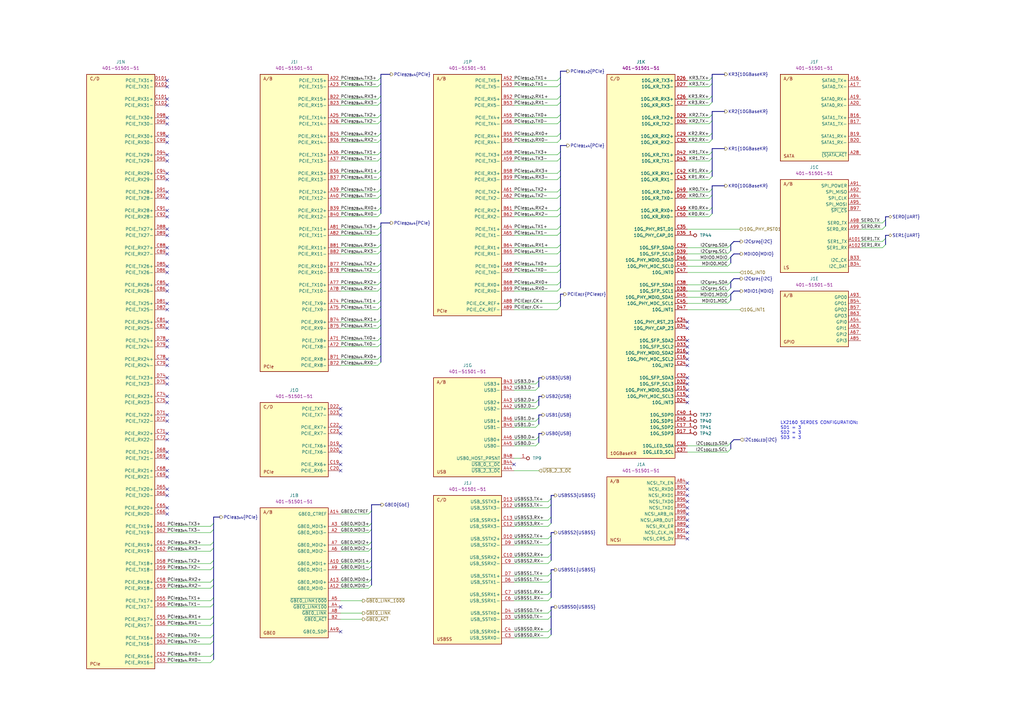
<source format=kicad_sch>
(kicad_sch (version 20230121) (generator eeschema)
  (paper "A3")
  (title_block (title "Com Express 7 baseboard") (date "2024-03-28") (rev "1.0.0") (company "Antmicro Ltd."))
  (bus_alias "" (members))
  (bus_alias "PCIe_{REF}" (members "CK+" "CK-"))
  (no_connect (at 68.58 165.1))
  (no_connect (at 281.94 147.32))
  (no_connect (at 139.7 177.8))
  (no_connect (at 68.58 66.04))
  (no_connect (at 68.58 208.28))
  (no_connect (at 281.94 149.86))
  (no_connect (at 68.58 50.8))
  (no_connect (at 68.58 132.08))
  (no_connect (at 68.58 134.62))
  (no_connect (at 68.58 35.56))
  (no_connect (at 139.7 182.88))
  (no_connect (at 281.94 144.78))
  (no_connect (at 68.58 93.98))
  (no_connect (at 68.58 157.48))
  (no_connect (at 281.94 220.98))
  (no_connect (at 139.7 193.04))
  (no_connect (at 139.7 190.5))
  (no_connect (at 68.58 185.42))
  (no_connect (at 68.58 180.34))
  (no_connect (at 139.7 259.08))
  (no_connect (at 68.58 200.66))
  (no_connect (at 281.94 134.62))
  (no_connect (at 68.58 81.28))
  (no_connect (at 281.94 200.66))
  (no_connect (at 68.58 43.18))
  (no_connect (at 68.58 162.56))
  (no_connect (at 281.94 215.9))
  (no_connect (at 68.58 177.8))
  (no_connect (at 68.58 139.7))
  (no_connect (at 68.58 210.82))
  (no_connect (at 68.58 55.88))
  (no_connect (at 281.94 218.44))
  (no_connect (at 68.58 149.86))
  (no_connect (at 139.7 248.92))
  (no_connect (at 281.94 139.7))
  (no_connect (at 68.58 172.72))
  (no_connect (at 68.58 86.36))
  (no_connect (at 281.94 157.48))
  (no_connect (at 68.58 48.26))
  (no_connect (at 281.94 162.56))
  (no_connect (at 139.7 167.64))
  (no_connect (at 68.58 203.2))
  (no_connect (at 281.94 208.28))
  (no_connect (at 139.7 175.26))
  (no_connect (at 68.58 63.5))
  (no_connect (at 68.58 119.38))
  (no_connect (at 68.58 71.12))
  (no_connect (at 68.58 78.74))
  (no_connect (at 139.7 185.42))
  (no_connect (at 68.58 73.66))
  (no_connect (at 281.94 132.08))
  (no_connect (at 68.58 96.52))
  (no_connect (at 68.58 195.58))
  (no_connect (at 68.58 109.22))
  (no_connect (at 281.94 203.2))
  (no_connect (at 281.94 154.94))
  (no_connect (at 281.94 198.12))
  (no_connect (at 281.94 165.1))
  (no_connect (at 68.58 142.24))
  (no_connect (at 281.94 142.24))
  (no_connect (at 281.94 213.36))
  (no_connect (at 68.58 116.84))
  (no_connect (at 139.7 170.18))
  (no_connect (at 68.58 58.42))
  (no_connect (at 68.58 101.6))
  (no_connect (at 281.94 210.82))
  (no_connect (at 281.94 160.02))
  (no_connect (at 281.94 205.74))
  (no_connect (at 68.58 88.9))
  (no_connect (at 68.58 147.32))
  (no_connect (at 68.58 33.02))
  (no_connect (at 68.58 154.94))
  (no_connect (at 68.58 111.76))
  (no_connect (at 68.58 170.18))
  (no_connect (at 68.58 193.04))
  (no_connect (at 68.58 104.14))
  (no_connect (at 68.58 127))
  (no_connect (at 68.58 124.46))
  (no_connect (at 68.58 40.64))
  (no_connect (at 210.82 190.5))
  (no_connect (at 68.58 187.96))
  (bus_entry (at 219.71 180.34) (size 1.27 -1.27))
  (bus_entry (at 224.79 246.38) (size 1.27 -1.27))
  (bus_entry (at 224.79 259.08) (size 1.27 -1.27))
  (bus_entry (at 154.94 101.6) (size 1.27 -1.27))
  (bus_entry (at 154.94 147.32) (size 1.27 -1.27))
  (bus_entry (at 290.83 50.8) (size 1.27 -1.27))
  (bus_entry (at 228.6 111.76) (size 1.27 -1.27))
  (bus_entry (at 154.94 134.62) (size 1.27 -1.27))
  (bus_entry (at 228.6 58.42) (size 1.27 -1.27))
  (bus_entry (at 224.79 238.76) (size 1.27 -1.27))
  (bus_entry (at 290.83 86.36) (size 1.27 -1.27))
  (bus_entry (at 154.94 124.46) (size 1.27 -1.27))
  (bus_entry (at 224.79 261.62) (size 1.27 -1.27))
  (bus_entry (at 224.79 208.28) (size 1.27 -1.27))
  (bus_entry (at 86.36 233.68) (size 1.27 -1.27))
  (bus_entry (at 86.36 256.54) (size 1.27 -1.27))
  (bus_entry (at 299.72 120.65) (size -1.27 1.27))
  (bus_entry (at 290.83 71.12) (size 1.27 -1.27))
  (bus_entry (at 228.6 86.36) (size 1.27 -1.27))
  (bus_entry (at 228.6 104.14) (size 1.27 -1.27))
  (bus_entry (at 154.94 109.22) (size 1.27 -1.27))
  (bus_entry (at 224.79 231.14) (size 1.27 -1.27))
  (bus_entry (at 154.94 132.08) (size 1.27 -1.27))
  (bus_entry (at 151.13 218.44) (size 1.27 -1.27))
  (bus_entry (at 86.36 254) (size 1.27 -1.27))
  (bus_entry (at 86.36 261.62) (size 1.27 -1.27))
  (bus_entry (at 154.94 127) (size 1.27 -1.27))
  (bus_entry (at 154.94 139.7) (size 1.27 -1.27))
  (bus_entry (at 228.6 48.26) (size 1.27 -1.27))
  (bus_entry (at 154.94 50.8) (size 1.27 -1.27))
  (bus_entry (at 224.79 236.22) (size 1.27 -1.27))
  (bus_entry (at 86.36 271.78) (size 1.27 -1.27))
  (bus_entry (at 224.79 220.98) (size 1.27 -1.27))
  (bus_entry (at 224.79 228.6) (size 1.27 -1.27))
  (bus_entry (at 228.6 50.8) (size 1.27 -1.27))
  (bus_entry (at 224.79 205.74) (size 1.27 -1.27))
  (bus_entry (at 299.72 123.19) (size -1.27 1.27))
  (bus_entry (at 228.6 63.5) (size 1.27 -1.27))
  (bus_entry (at 86.36 246.38) (size 1.27 -1.27))
  (bus_entry (at 86.36 215.9) (size 1.27 -1.27))
  (bus_entry (at 228.6 119.38) (size 1.27 -1.27))
  (bus_entry (at 154.94 116.84) (size 1.27 -1.27))
  (bus_entry (at 154.94 35.56) (size 1.27 -1.27))
  (bus_entry (at 361.95 91.44) (size 1.27 -1.27))
  (bus_entry (at 154.94 40.64) (size 1.27 -1.27))
  (bus_entry (at 154.94 119.38) (size 1.27 -1.27))
  (bus_entry (at 228.6 73.66) (size 1.27 -1.27))
  (bus_entry (at 86.36 218.44) (size 1.27 -1.27))
  (bus_entry (at 290.83 40.64) (size 1.27 -1.27))
  (bus_entry (at 290.83 33.02) (size 1.27 -1.27))
  (bus_entry (at 361.95 99.06) (size 1.27 -1.27))
  (bus_entry (at 219.71 157.48) (size 1.27 -1.27))
  (bus_entry (at 151.13 223.52) (size 1.27 -1.27))
  (bus_entry (at 224.79 213.36) (size 1.27 -1.27))
  (bus_entry (at 154.94 142.24) (size 1.27 -1.27))
  (bus_entry (at 154.94 78.74) (size 1.27 -1.27))
  (bus_entry (at 228.6 109.22) (size 1.27 -1.27))
  (bus_entry (at 151.13 226.06) (size 1.27 -1.27))
  (bus_entry (at 151.13 215.9) (size 1.27 -1.27))
  (bus_entry (at 154.94 48.26) (size 1.27 -1.27))
  (bus_entry (at 219.71 182.88) (size 1.27 -1.27))
  (bus_entry (at 154.94 81.28) (size 1.27 -1.27))
  (bus_entry (at 290.83 88.9) (size 1.27 -1.27))
  (bus_entry (at 154.94 63.5) (size 1.27 -1.27))
  (bus_entry (at 299.72 118.11) (size -1.27 1.27))
  (bus_entry (at 299.72 100.33) (size -1.27 1.27))
  (bus_entry (at 290.83 81.28) (size 1.27 -1.27))
  (bus_entry (at 154.94 111.76) (size 1.27 -1.27))
  (bus_entry (at 219.71 175.26) (size 1.27 -1.27))
  (bus_entry (at 154.94 58.42) (size 1.27 -1.27))
  (bus_entry (at 228.6 81.28) (size 1.27 -1.27))
  (bus_entry (at 219.71 167.64) (size 1.27 -1.27))
  (bus_entry (at 290.83 73.66) (size 1.27 -1.27))
  (bus_entry (at 219.71 160.02) (size 1.27 -1.27))
  (bus_entry (at 290.83 35.56) (size 1.27 -1.27))
  (bus_entry (at 151.13 233.68) (size 1.27 -1.27))
  (bus_entry (at 290.83 66.04) (size 1.27 -1.27))
  (bus_entry (at 151.13 241.3) (size 1.27 -1.27))
  (bus_entry (at 154.94 73.66) (size 1.27 -1.27))
  (bus_entry (at 228.6 78.74) (size 1.27 -1.27))
  (bus_entry (at 290.83 48.26) (size 1.27 -1.27))
  (bus_entry (at 228.6 127) (size 1.27 -1.27))
  (bus_entry (at 154.94 88.9) (size 1.27 -1.27))
  (bus_entry (at 154.94 93.98) (size 1.27 -1.27))
  (bus_entry (at 290.83 78.74) (size 1.27 -1.27))
  (bus_entry (at 290.83 63.5) (size 1.27 -1.27))
  (bus_entry (at 86.36 269.24) (size 1.27 -1.27))
  (bus_entry (at 224.79 215.9) (size 1.27 -1.27))
  (bus_entry (at 86.36 238.76) (size 1.27 -1.27))
  (bus_entry (at 228.6 35.56) (size 1.27 -1.27))
  (bus_entry (at 361.95 93.98) (size 1.27 -1.27))
  (bus_entry (at 224.79 223.52) (size 1.27 -1.27))
  (bus_entry (at 299.72 107.95) (size -1.27 1.27))
  (bus_entry (at 228.6 124.46) (size 1.27 -1.27))
  (bus_entry (at 86.36 241.3) (size 1.27 -1.27))
  (bus_entry (at 361.95 101.6) (size 1.27 -1.27))
  (bus_entry (at 228.6 33.02) (size 1.27 -1.27))
  (bus_entry (at 219.71 165.1) (size 1.27 -1.27))
  (bus_entry (at 154.94 33.02) (size 1.27 -1.27))
  (bus_entry (at 228.6 88.9) (size 1.27 -1.27))
  (bus_entry (at 290.83 43.18) (size 1.27 -1.27))
  (bus_entry (at 290.83 55.88) (size 1.27 -1.27))
  (bus_entry (at 154.94 66.04) (size 1.27 -1.27))
  (bus_entry (at 151.13 210.82) (size 1.27 -1.27))
  (bus_entry (at 154.94 96.52) (size 1.27 -1.27))
  (bus_entry (at 228.6 93.98) (size 1.27 -1.27))
  (bus_entry (at 151.13 231.14) (size 1.27 -1.27))
  (bus_entry (at 228.6 55.88) (size 1.27 -1.27))
  (bus_entry (at 224.79 243.84) (size 1.27 -1.27))
  (bus_entry (at 228.6 71.12) (size 1.27 -1.27))
  (bus_entry (at 299.72 181.61) (size -1.27 1.27))
  (bus_entry (at 154.94 86.36) (size 1.27 -1.27))
  (bus_entry (at 290.83 58.42) (size 1.27 -1.27))
  (bus_entry (at 224.79 251.46) (size 1.27 -1.27))
  (bus_entry (at 154.94 71.12) (size 1.27 -1.27))
  (bus_entry (at 151.13 238.76) (size 1.27 -1.27))
  (bus_entry (at 86.36 231.14) (size 1.27 -1.27))
  (bus_entry (at 86.36 226.06) (size 1.27 -1.27))
  (bus_entry (at 86.36 264.16) (size 1.27 -1.27))
  (bus_entry (at 299.72 102.87) (size -1.27 1.27))
  (bus_entry (at 86.36 248.92) (size 1.27 -1.27))
  (bus_entry (at 299.72 115.57) (size -1.27 1.27))
  (bus_entry (at 228.6 43.18) (size 1.27 -1.27))
  (bus_entry (at 219.71 172.72) (size 1.27 -1.27))
  (bus_entry (at 224.79 254) (size 1.27 -1.27))
  (bus_entry (at 154.94 43.18) (size 1.27 -1.27))
  (bus_entry (at 154.94 104.14) (size 1.27 -1.27))
  (bus_entry (at 154.94 149.86) (size 1.27 -1.27))
  (bus_entry (at 228.6 101.6) (size 1.27 -1.27))
  (bus_entry (at 228.6 40.64) (size 1.27 -1.27))
  (bus_entry (at 228.6 96.52) (size 1.27 -1.27))
  (bus_entry (at 86.36 223.52) (size 1.27 -1.27))
  (bus_entry (at 154.94 55.88) (size 1.27 -1.27))
  (bus_entry (at 299.72 105.41) (size -1.27 1.27))
  (bus_entry (at 228.6 66.04) (size 1.27 -1.27))
  (bus_entry (at 228.6 116.84) (size 1.27 -1.27))
  (bus_entry (at 299.72 184.15) (size -1.27 1.27))
  (bus (pts (xy 220.98 156.21) (xy 220.98 154.94)))
  (bus (pts (xy 226.06 257.81) (xy 226.06 260.35)))
  (bus (pts (xy 87.63 222.25) (xy 87.63 217.17)))
  (wire (pts (xy 298.45 109.22) (xy 281.94 109.22)))
  (bus (pts (xy 229.87 77.47) (xy 229.87 72.39)))
  (wire (pts (xy 139.7 218.44) (xy 151.13 218.44)))
  (wire (pts (xy 139.7 43.18) (xy 154.94 43.18)))
  (wire (pts (xy 210.82 172.72) (xy 219.71 172.72)))
  (wire (pts (xy 139.7 63.5) (xy 154.94 63.5)))
  (wire (pts (xy 68.58 218.44) (xy 86.36 218.44)))
  (wire (pts (xy 210.82 66.04) (xy 228.6 66.04)))
  (bus (pts (xy 226.06 248.92) (xy 227.33 248.92)))
  (wire (pts (xy 210.82 208.28) (xy 224.79 208.28)))
  (wire (pts (xy 139.7 88.9) (xy 154.94 88.9)))
  (wire (pts (xy 353.06 101.6) (xy 361.95 101.6)))
  (bus (pts (xy 156.21 91.44) (xy 156.21 92.71)))
  (wire (pts (xy 210.82 231.14) (xy 224.79 231.14)))
  (bus (pts (xy 303.53 180.34) (xy 300.99 180.34)))
  (bus (pts (xy 156.21 130.81) (xy 156.21 133.35)))
  (wire (pts (xy 139.7 124.46) (xy 154.94 124.46)))
  (bus (pts (xy 226.06 227.33) (xy 226.06 229.87)))
  (wire (pts (xy 139.7 226.06) (xy 151.13 226.06)))
  (wire (pts (xy 139.7 71.12) (xy 154.94 71.12)))
  (wire (pts (xy 68.58 215.9) (xy 86.36 215.9)))
  (wire (pts (xy 139.7 96.52) (xy 154.94 96.52)))
  (wire (pts (xy 139.7 238.76) (xy 151.13 238.76)))
  (bus (pts (xy 303.53 114.3) (xy 300.99 114.3)))
  (wire (pts (xy 68.58 271.78) (xy 86.36 271.78)))
  (bus (pts (xy 220.98 177.8) (xy 220.98 179.07)))
  (wire (pts (xy 139.7 48.26) (xy 154.94 48.26)))
  (bus (pts (xy 292.1 85.09) (xy 292.1 80.01)))
  (bus (pts (xy 297.18 45.72) (xy 292.1 45.72)))
  (bus (pts (xy 87.63 262.89) (xy 87.63 260.35)))
  (bus (pts (xy 229.87 92.71) (xy 229.87 87.63)))
  (bus (pts (xy 226.06 219.71) (xy 226.06 222.25)))
  (wire (pts (xy 210.82 63.5) (xy 228.6 63.5)))
  (wire (pts (xy 210.82 238.76) (xy 224.79 238.76)))
  (wire (pts (xy 281.94 88.9) (xy 290.83 88.9)))
  (bus (pts (xy 226.06 222.25) (xy 226.06 227.33)))
  (bus (pts (xy 292.1 57.15) (xy 292.1 54.61)))
  (wire (pts (xy 68.58 231.14) (xy 86.36 231.14)))
  (wire (pts (xy 210.82 215.9) (xy 224.79 215.9)))
  (wire (pts (xy 68.58 269.24) (xy 86.36 269.24)))
  (bus (pts (xy 297.18 30.48) (xy 292.1 30.48)))
  (bus (pts (xy 220.98 171.45) (xy 220.98 170.18)))
  (wire (pts (xy 281.94 43.18) (xy 290.83 43.18)))
  (wire (pts (xy 139.7 66.04) (xy 154.94 66.04)))
  (wire (pts (xy 68.58 256.54) (xy 86.36 256.54)))
  (wire (pts (xy 139.7 233.68) (xy 151.13 233.68)))
  (wire (pts (xy 210.82 261.62) (xy 224.79 261.62)))
  (bus (pts (xy 299.72 115.57) (xy 299.72 118.11)))
  (bus (pts (xy 87.63 255.27) (xy 87.63 252.73)))
  (wire (pts (xy 68.58 223.52) (xy 86.36 223.52)))
  (wire (pts (xy 139.7 223.52) (xy 151.13 223.52)))
  (bus (pts (xy 229.87 41.91) (xy 229.87 39.37)))
  (wire (pts (xy 139.7 73.66) (xy 154.94 73.66)))
  (bus (pts (xy 299.72 120.65) (xy 300.99 119.38)))
  (wire (pts (xy 281.94 33.02) (xy 290.83 33.02)))
  (wire (pts (xy 139.7 55.88) (xy 154.94 55.88)))
  (wire (pts (xy 148.59 246.38) (xy 139.7 246.38)))
  (wire (pts (xy 68.58 233.68) (xy 86.36 233.68)))
  (wire (pts (xy 139.7 132.08) (xy 154.94 132.08)))
  (bus (pts (xy 156.21 115.57) (xy 156.21 118.11)))
  (wire (pts (xy 210.82 213.36) (xy 224.79 213.36)))
  (wire (pts (xy 139.7 50.8) (xy 154.94 50.8)))
  (bus (pts (xy 292.1 31.75) (xy 292.1 34.29)))
  (bus (pts (xy 229.87 54.61) (xy 229.87 49.53)))
  (wire (pts (xy 68.58 261.62) (xy 86.36 261.62)))
  (bus (pts (xy 156.21 92.71) (xy 156.21 95.25)))
  (bus (pts (xy 229.87 49.53) (xy 229.87 46.99)))
  (bus (pts (xy 156.21 57.15) (xy 156.21 62.23)))
  (bus (pts (xy 87.63 240.03) (xy 87.63 237.49)))
  (wire (pts (xy 281.94 58.42) (xy 290.83 58.42)))
  (bus (pts (xy 363.22 92.71) (xy 363.22 90.17)))
  (bus (pts (xy 220.98 173.99) (xy 220.98 171.45)))
  (wire (pts (xy 210.82 104.14) (xy 228.6 104.14)))
  (bus (pts (xy 156.21 77.47) (xy 156.21 80.01)))
  (bus (pts (xy 87.63 237.49) (xy 87.63 232.41)))
  (bus (pts (xy 87.63 260.35) (xy 87.63 255.27)))
  (bus (pts (xy 226.06 219.71) (xy 226.06 218.44)))
  (wire (pts (xy 210.82 243.84) (xy 224.79 243.84)))
  (bus (pts (xy 363.22 90.17) (xy 363.22 88.9)))
  (wire (pts (xy 210.82 182.88) (xy 219.71 182.88)))
  (bus (pts (xy 292.1 41.91) (xy 292.1 39.37)))
  (bus (pts (xy 303.53 104.14) (xy 300.99 104.14)))
  (wire (pts (xy 139.7 210.82) (xy 151.13 210.82)))
  (wire (pts (xy 281.94 78.74) (xy 290.83 78.74)))
  (wire (pts (xy 139.7 78.74) (xy 154.94 78.74)))
  (wire (pts (xy 298.45 185.42) (xy 281.94 185.42)))
  (bus (pts (xy 363.22 88.9) (xy 364.49 88.9)))
  (bus (pts (xy 87.63 252.73) (xy 87.63 247.65)))
  (wire (pts (xy 210.82 50.8) (xy 228.6 50.8)))
  (wire (pts (xy 210.82 88.9) (xy 228.6 88.9)))
  (bus (pts (xy 156.21 34.29) (xy 156.21 39.37)))
  (wire (pts (xy 210.82 48.26) (xy 228.6 48.26)))
  (bus (pts (xy 229.87 69.85) (xy 229.87 64.77)))
  (wire (pts (xy 210.82 259.08) (xy 224.79 259.08)))
  (wire (pts (xy 210.82 35.56) (xy 228.6 35.56)))
  (wire (pts (xy 139.7 40.64) (xy 154.94 40.64)))
  (bus (pts (xy 229.87 57.15) (xy 229.87 54.61)))
  (bus (pts (xy 299.72 115.57) (xy 300.99 114.3)))
  (wire (pts (xy 210.82 86.36) (xy 228.6 86.36)))
  (bus (pts (xy 299.72 100.33) (xy 300.99 99.06)))
  (wire (pts (xy 210.82 81.28) (xy 228.6 81.28)))
  (wire (pts (xy 139.7 119.38) (xy 154.94 119.38)))
  (wire (pts (xy 281.94 48.26) (xy 290.83 48.26)))
  (bus (pts (xy 229.87 72.39) (xy 229.87 69.85)))
  (bus (pts (xy 229.87 46.99) (xy 229.87 41.91)))
  (bus (pts (xy 156.21 102.87) (xy 156.21 107.95)))
  (wire (pts (xy 210.82 40.64) (xy 228.6 40.64)))
  (wire (pts (xy 210.82 127) (xy 228.6 127)))
  (bus (pts (xy 220.98 177.8) (xy 222.25 177.8)))
  (bus (pts (xy 229.87 87.63) (xy 229.87 85.09)))
  (bus (pts (xy 229.87 29.21) (xy 229.87 31.75)))
  (bus (pts (xy 226.06 204.47) (xy 226.06 207.01)))
  (bus (pts (xy 152.4 214.63) (xy 152.4 209.55)))
  (bus (pts (xy 156.21 107.95) (xy 156.21 110.49)))
  (bus (pts (xy 292.1 62.23) (xy 292.1 64.77)))
  (wire (pts (xy 210.82 160.02) (xy 219.71 160.02)))
  (wire (pts (xy 298.45 119.38) (xy 281.94 119.38)))
  (bus (pts (xy 87.63 214.63) (xy 87.63 212.09)))
  (bus (pts (xy 292.1 76.2) (xy 292.1 77.47)))
  (wire (pts (xy 139.7 116.84) (xy 154.94 116.84)))
  (wire (pts (xy 210.82 71.12) (xy 228.6 71.12)))
  (bus (pts (xy 226.06 234.95) (xy 226.06 237.49)))
  (wire (pts (xy 139.7 109.22) (xy 154.94 109.22)))
  (bus (pts (xy 152.4 229.87) (xy 152.4 224.79)))
  (bus (pts (xy 229.87 80.01) (xy 229.87 77.47)))
  (wire (pts (xy 281.94 63.5) (xy 290.83 63.5)))
  (bus (pts (xy 156.21 125.73) (xy 156.21 130.81)))
  (wire (pts (xy 210.82 116.84) (xy 228.6 116.84)))
  (bus (pts (xy 292.1 46.99) (xy 292.1 49.53)))
  (bus (pts (xy 303.53 119.38) (xy 300.99 119.38)))
  (bus (pts (xy 292.1 39.37) (xy 292.1 34.29)))
  (bus (pts (xy 87.63 245.11) (xy 87.63 240.03)))
  (wire (pts (xy 210.82 33.02) (xy 228.6 33.02)))
  (bus (pts (xy 226.06 204.47) (xy 226.06 203.2)))
  (wire (pts (xy 298.45 182.88) (xy 281.94 182.88)))
  (wire (pts (xy 210.82 93.98) (xy 228.6 93.98)))
  (wire (pts (xy 298.45 101.6) (xy 281.94 101.6)))
  (wire (pts (xy 281.94 73.66) (xy 290.83 73.66)))
  (bus (pts (xy 87.63 247.65) (xy 87.63 245.11)))
  (bus (pts (xy 87.63 229.87) (xy 87.63 224.79)))
  (wire (pts (xy 139.7 139.7) (xy 154.94 139.7)))
  (wire (pts (xy 210.82 96.52) (xy 228.6 96.52)))
  (bus (pts (xy 229.87 62.23) (xy 229.87 59.69)))
  (bus (pts (xy 152.4 232.41) (xy 152.4 229.87)))
  (bus (pts (xy 226.06 250.19) (xy 226.06 248.92)))
  (wire (pts (xy 281.94 55.88) (xy 290.83 55.88)))
  (wire (pts (xy 139.7 101.6) (xy 154.94 101.6)))
  (wire (pts (xy 139.7 215.9) (xy 151.13 215.9)))
  (wire (pts (xy 210.82 251.46) (xy 224.79 251.46)))
  (bus (pts (xy 156.21 133.35) (xy 156.21 138.43)))
  (wire (pts (xy 353.06 91.44) (xy 361.95 91.44)))
  (bus (pts (xy 226.06 252.73) (xy 226.06 257.81)))
  (bus (pts (xy 299.72 100.33) (xy 299.72 102.87)))
  (wire (pts (xy 68.58 241.3) (xy 86.36 241.3)))
  (bus (pts (xy 229.87 31.75) (xy 229.87 34.29)))
  (bus (pts (xy 297.18 60.96) (xy 292.1 60.96)))
  (bus (pts (xy 220.98 162.56) (xy 222.25 162.56)))
  (wire (pts (xy 353.06 93.98) (xy 361.95 93.98)))
  (bus (pts (xy 363.22 100.33) (xy 363.22 97.79)))
  (bus (pts (xy 229.87 107.95) (xy 229.87 102.87)))
  (bus (pts (xy 156.21 54.61) (xy 156.21 57.15)))
  (bus (pts (xy 229.87 59.69) (xy 232.41 59.69)))
  (bus (pts (xy 292.1 72.39) (xy 292.1 69.85)))
  (bus (pts (xy 220.98 179.07) (xy 220.98 181.61)))
  (bus (pts (xy 226.06 242.57) (xy 226.06 245.11)))
  (bus (pts (xy 226.06 237.49) (xy 226.06 242.57)))
  (wire (pts (xy 303.53 127) (xy 281.94 127)))
  (wire (pts (xy 68.58 226.06) (xy 86.36 226.06)))
  (bus (pts (xy 156.21 39.37) (xy 156.21 41.91)))
  (bus (pts (xy 229.87 120.65) (xy 231.14 120.65)))
  (wire (pts (xy 210.82 109.22) (xy 228.6 109.22)))
  (wire (pts (xy 139.7 147.32) (xy 154.94 147.32)))
  (bus (pts (xy 156.21 138.43) (xy 156.21 140.97)))
  (wire (pts (xy 139.7 35.56) (xy 154.94 35.56)))
  (bus (pts (xy 299.72 181.61) (xy 300.99 180.34)))
  (bus (pts (xy 156.21 30.48) (xy 156.21 31.75)))
  (bus (pts (xy 156.21 30.48) (xy 160.02 30.48)))
  (wire (pts (xy 210.82 246.38) (xy 224.79 246.38)))
  (bus (pts (xy 156.21 31.75) (xy 156.21 34.29)))
  (wire (pts (xy 139.7 231.14) (xy 151.13 231.14)))
  (bus (pts (xy 152.4 207.01) (xy 156.21 207.01)))
  (bus (pts (xy 226.06 234.95) (xy 226.06 233.68)))
  (wire (pts (xy 68.58 248.92) (xy 86.36 248.92)))
  (bus (pts (xy 156.21 146.05) (xy 156.21 148.59)))
  (wire (pts (xy 281.94 66.04) (xy 290.83 66.04)))
  (bus (pts (xy 363.22 97.79) (xy 363.22 96.52)))
  (wire (pts (xy 139.7 142.24) (xy 154.94 142.24)))
  (wire (pts (xy 210.82 58.42) (xy 228.6 58.42)))
  (wire (pts (xy 139.7 111.76) (xy 154.94 111.76)))
  (wire (pts (xy 139.7 241.3) (xy 151.13 241.3)))
  (bus (pts (xy 229.87 29.21) (xy 232.41 29.21)))
  (bus (pts (xy 297.18 76.2) (xy 292.1 76.2)))
  (bus (pts (xy 226.06 207.01) (xy 226.06 212.09)))
  (wire (pts (xy 148.59 254) (xy 139.7 254)))
  (wire (pts (xy 139.7 149.86) (xy 154.94 149.86)))
  (bus (pts (xy 87.63 270.51) (xy 87.63 267.97)))
  (bus (pts (xy 292.1 30.48) (xy 292.1 31.75)))
  (wire (pts (xy 139.7 81.28) (xy 154.94 81.28)))
  (wire (pts (xy 210.82 165.1) (xy 219.71 165.1)))
  (wire (pts (xy 210.82 111.76) (xy 228.6 111.76)))
  (bus (pts (xy 220.98 154.94) (xy 222.25 154.94)))
  (wire (pts (xy 210.82 157.48) (xy 219.71 157.48)))
  (bus (pts (xy 292.1 87.63) (xy 292.1 85.09)))
  (wire (pts (xy 210.82 180.34) (xy 219.71 180.34)))
  (bus (pts (xy 156.21 41.91) (xy 156.21 46.99)))
  (wire (pts (xy 210.82 167.64) (xy 219.71 167.64)))
  (bus (pts (xy 229.87 125.73) (xy 229.87 123.19)))
  (wire (pts (xy 210.82 73.66) (xy 228.6 73.66)))
  (wire (pts (xy 210.82 254) (xy 224.79 254)))
  (wire (pts (xy 281.94 35.56) (xy 290.83 35.56)))
  (wire (pts (xy 139.7 93.98) (xy 154.94 93.98)))
  (wire (pts (xy 210.82 193.04) (xy 220.98 193.04)))
  (bus (pts (xy 156.21 140.97) (xy 156.21 146.05)))
  (wire (pts (xy 139.7 127) (xy 154.94 127)))
  (bus (pts (xy 226.06 218.44) (xy 227.33 218.44)))
  (bus (pts (xy 156.21 100.33) (xy 156.21 102.87)))
  (bus (pts (xy 229.87 64.77) (xy 229.87 62.23)))
  (wire (pts (xy 210.82 220.98) (xy 224.79 220.98)))
  (wire (pts (xy 68.58 254) (xy 86.36 254)))
  (bus (pts (xy 220.98 170.18) (xy 222.25 170.18)))
  (wire (pts (xy 213.36 187.96) (xy 210.82 187.96)))
  (bus (pts (xy 229.87 123.19) (xy 229.87 120.65)))
  (bus (pts (xy 156.21 80.01) (xy 156.21 85.09)))
  (wire (pts (xy 210.82 119.38) (xy 228.6 119.38)))
  (bus (pts (xy 226.06 250.19) (xy 226.06 252.73)))
  (bus (pts (xy 303.53 99.06) (xy 300.99 99.06)))
  (wire (pts (xy 210.82 205.74) (xy 224.79 205.74)))
  (wire (pts (xy 281.94 50.8) (xy 290.83 50.8)))
  (bus (pts (xy 292.1 54.61) (xy 292.1 49.53)))
  (bus (pts (xy 156.21 95.25) (xy 156.21 100.33)))
  (wire (pts (xy 139.7 58.42) (xy 154.94 58.42)))
  (bus (pts (xy 229.87 100.33) (xy 229.87 95.25)))
  (wire (pts (xy 210.82 236.22) (xy 224.79 236.22)))
  (bus (pts (xy 156.21 49.53) (xy 156.21 54.61)))
  (bus (pts (xy 299.72 181.61) (xy 299.72 184.15)))
  (wire (pts (xy 139.7 134.62) (xy 154.94 134.62)))
  (wire (pts (xy 303.53 93.98) (xy 281.94 93.98)))
  (bus (pts (xy 152.4 217.17) (xy 152.4 214.63)))
  (wire (pts (xy 210.82 228.6) (xy 224.79 228.6)))
  (bus (pts (xy 292.1 45.72) (xy 292.1 46.99)))
  (bus (pts (xy 156.21 85.09) (xy 156.21 87.63)))
  (bus (pts (xy 229.87 102.87) (xy 229.87 100.33)))
  (wire (pts (xy 298.45 116.84) (xy 281.94 116.84)))
  (bus (pts (xy 156.21 62.23) (xy 156.21 64.77)))
  (bus (pts (xy 229.87 115.57) (xy 229.87 110.49)))
  (wire (pts (xy 139.7 33.02) (xy 154.94 33.02)))
  (bus (pts (xy 87.63 217.17) (xy 87.63 214.63)))
  (wire (pts (xy 281.94 40.64) (xy 290.83 40.64)))
  (bus (pts (xy 156.21 64.77) (xy 156.21 69.85)))
  (bus (pts (xy 87.63 232.41) (xy 87.63 229.87)))
  (wire (pts (xy 210.82 78.74) (xy 228.6 78.74)))
  (wire (pts (xy 298.45 106.68) (xy 281.94 106.68)))
  (bus (pts (xy 156.21 72.39) (xy 156.21 77.47)))
  (bus (pts (xy 220.98 166.37) (xy 220.98 163.83)))
  (bus (pts (xy 226.06 203.2) (xy 227.33 203.2)))
  (bus (pts (xy 299.72 120.65) (xy 299.72 123.19)))
  (bus (pts (xy 292.1 60.96) (xy 292.1 62.23)))
  (bus (pts (xy 152.4 222.25) (xy 152.4 217.17)))
  (bus (pts (xy 229.87 95.25) (xy 229.87 92.71)))
  (wire (pts (xy 210.82 124.46) (xy 228.6 124.46)))
  (bus (pts (xy 229.87 110.49) (xy 229.87 107.95)))
  (wire (pts (xy 298.45 124.46) (xy 281.94 124.46)))
  (wire (pts (xy 68.58 238.76) (xy 86.36 238.76)))
  (bus (pts (xy 229.87 85.09) (xy 229.87 80.01)))
  (wire (pts (xy 148.59 251.46) (xy 139.7 251.46)))
  (bus (pts (xy 156.21 91.44) (xy 160.02 91.44)))
  (bus (pts (xy 226.06 212.09) (xy 226.06 214.63)))
  (bus (pts (xy 87.63 267.97) (xy 87.63 262.89)))
  (bus (pts (xy 226.06 233.68) (xy 227.33 233.68)))
  (bus (pts (xy 292.1 69.85) (xy 292.1 64.77)))
  (bus (pts (xy 156.21 110.49) (xy 156.21 115.57)))
  (bus (pts (xy 229.87 118.11) (xy 229.87 115.57)))
  (wire (pts (xy 281.94 81.28) (xy 290.83 81.28)))
  (wire (pts (xy 210.82 101.6) (xy 228.6 101.6)))
  (wire (pts (xy 303.53 111.76) (xy 281.94 111.76)))
  (wire (pts (xy 298.45 104.14) (xy 281.94 104.14)))
  (wire (pts (xy 210.82 55.88) (xy 228.6 55.88)))
  (wire (pts (xy 68.58 246.38) (xy 86.36 246.38)))
  (bus (pts (xy 229.87 39.37) (xy 229.87 34.29)))
  (bus (pts (xy 363.22 96.52) (xy 364.49 96.52)))
  (wire (pts (xy 353.06 99.06) (xy 361.95 99.06)))
  (bus (pts (xy 156.21 69.85) (xy 156.21 72.39)))
  (wire (pts (xy 68.58 264.16) (xy 86.36 264.16)))
  (bus (pts (xy 87.63 224.79) (xy 87.63 222.25)))
  (wire (pts (xy 210.82 223.52) (xy 224.79 223.52)))
  (bus (pts (xy 220.98 163.83) (xy 220.98 162.56)))
  (wire (pts (xy 281.94 86.36) (xy 290.83 86.36)))
  (wire (pts (xy 139.7 86.36) (xy 154.94 86.36)))
  (bus (pts (xy 156.21 46.99) (xy 156.21 49.53)))
  (bus (pts (xy 299.72 105.41) (xy 299.72 107.95)))
  (bus (pts (xy 152.4 224.79) (xy 152.4 222.25)))
  (bus (pts (xy 152.4 237.49) (xy 152.4 232.41)))
  (bus (pts (xy 152.4 240.03) (xy 152.4 237.49)))
  (bus (pts (xy 299.72 105.41) (xy 300.99 104.14)))
  (bus (pts (xy 156.21 123.19) (xy 156.21 125.73)))
  (wire (pts (xy 281.94 71.12) (xy 290.83 71.12)))
  (wire (pts (xy 298.45 121.92) (xy 281.94 121.92)))
  (wire (pts (xy 210.82 175.26) (xy 219.71 175.26)))
  (bus (pts (xy 87.63 212.09) (xy 90.17 212.09)))
  (bus (pts (xy 156.21 118.11) (xy 156.21 123.19)))
  (bus (pts (xy 152.4 209.55) (xy 152.4 207.01)))
  (wire (pts (xy 210.82 43.18) (xy 228.6 43.18)))
  (bus (pts (xy 292.1 77.47) (xy 292.1 80.01)))
  (wire (pts (xy 139.7 104.14) (xy 154.94 104.14)))
  (bus (pts (xy 220.98 158.75) (xy 220.98 156.21)))
  (text "LX2160 SERDES CONFIGURATION:\nSD1 = 3\nSD2 = 3\nSD3 = 3" (at 320.04 180.34 0) (effects (font (size 1.27 1.27)) (justify left bottom)))
  (label "PCIe_{B1x4}.TX3-" (at 210.82 66.04 0))
  (label "KR3.RX-" (at 290.83 43.18 180))
  (label "I2C_{SFP1}.SCL" (at 298.45 119.38 180))
  (label "PCIe_{B3x4}.RX0+" (at 68.58 269.24 0))
  (label "USBSS1.RX-" (at 210.82 246.38 0))
  (label "PCIe_{B3x4}.RX1-" (at 68.58 256.54 0))
  (label "PCIe_{B1x2}.TX1-" (at 210.82 35.56 0))
  (label "USB1.D+" (at 210.82 172.72 0))
  (label "USBSS0.TX+" (at 210.82 251.46 0))
  (label "PCIe_{B1x4}.TX3+" (at 210.82 63.5 0))
  (label "PCIe_{B3x4}.TX1+" (at 68.58 246.38 0))
  (label "PCIe_{B1x4}.RX3+" (at 210.82 71.12 0))
  (label "KR0.RX-" (at 290.83 88.9 180))
  (label "PCIe_{B2Bx4}.TX2-" (at 139.7 50.8 0))
  (label "PCIe_{B2Bx4}.TX0-" (at 139.7 81.28 0))
  (label "USB3.D-" (at 210.82 160.02 0))
  (label "PCIe_{B1x4}.RX2+" (at 210.82 86.36 0))
  (label "KR2.RX-" (at 290.83 58.42 180))
  (label "USBSS1.RX+" (at 210.82 243.84 0))
  (label "USBSS3.RX+" (at 210.82 213.36 0))
  (label "PCIe_{B3x4}.RX2-" (at 68.58 241.3 0))
  (label "USB2.D-" (at 210.82 167.64 0))
  (label "PCIe_{B2Ax4}.TX3+" (at 139.7 93.98 0))
  (label "USB3.D+" (at 210.82 157.48 0))
  (label "USBSS2.TX+" (at 210.82 220.98 0))
  (label "PCIe_{B3x4}.TX0+" (at 68.58 261.62 0))
  (label "PCIe_{B2Ax4}.RX3-" (at 139.7 104.14 0))
  (label "GBE0.MDI2-" (at 139.7 226.06 0))
  (label "USBSS2.RX+" (at 210.82 228.6 0))
  (label "PCIe_{B1x2}.TX0-" (at 210.82 50.8 0))
  (label "SER1.TX" (at 353.06 99.06 0))
  (label "PCIe_{B2Ax4}.RX0+" (at 139.7 147.32 0))
  (label "MDIO1.MDIO" (at 298.45 121.92 180))
  (label "GBE0.MDI2+" (at 139.7 223.52 0))
  (label "PCIe_{B2Ax4}.RX1-" (at 139.7 134.62 0))
  (label "KR1.TX-" (at 290.83 66.04 180))
  (label "SER0.RX" (at 353.06 93.98 0))
  (label "KR2.RX+" (at 290.83 55.88 180))
  (label "PCIe_{B3x4}.TX3+" (at 68.58 215.9 0))
  (label "GBE0.MDI1-" (at 139.7 233.68 0))
  (label "PCIe_{B3x4}.TX2-" (at 68.58 233.68 0))
  (label "I2C_{SFP0}.SCL" (at 298.45 104.14 180))
  (label "PCIe_{B1x4}.RX2-" (at 210.82 88.9 0))
  (label "USB0.D+" (at 210.82 180.34 0))
  (label "KR1.RX-" (at 290.83 73.66 180))
  (label "GBE0.MDI3+" (at 139.7 215.9 0))
  (label "PCIe_{B2Ax4}.RX2-" (at 139.7 119.38 0))
  (label "PCIe_{B2Bx4}.RX3+" (at 139.7 40.64 0))
  (label "PCIe_{B1x4}.TX1+" (at 210.82 93.98 0))
  (label "PCIe_{B2Ax4}.TX0-" (at 139.7 142.24 0))
  (label "PCIe_{B3x4}.RX0-" (at 68.58 271.78 0))
  (label "GBE0.MDI3-" (at 139.7 218.44 0))
  (label "PCIe_{B3x4}.TX2+" (at 68.58 231.14 0))
  (label "PCIE_{REF}.CK-" (at 210.82 127 0))
  (label "USBSS0.RX-" (at 210.82 261.62 0))
  (label "PCIe_{B1x4}.TX2+" (at 210.82 78.74 0))
  (label "KR0.TX+" (at 290.83 78.74 180))
  (label "GBE0.CTREF" (at 139.7 210.82 0))
  (label "SER1.RX" (at 353.06 101.6 0))
  (label "KR3.RX+" (at 290.83 40.64 180))
  (label "PCIE_{REF}.CK+" (at 210.82 124.46 0))
  (label "PCIe_{B2Ax4}.RX0-" (at 139.7 149.86 0))
  (label "KR2.TX+" (at 290.83 48.26 180))
  (label "USBSS0.TX-" (at 210.82 254 0))
  (label "KR3.TX+" (at 290.83 33.02 180))
  (label "PCIe_{B2Bx4}.RX0-" (at 139.7 88.9 0))
  (label "MDIO0.MDIO" (at 298.45 106.68 180))
  (label "PCIe_{B1x4}.RX1+" (at 210.82 101.6 0))
  (label "PCIe_{B2Bx4}.TX1+" (at 139.7 63.5 0))
  (label "PCIe_{B1x4}.TX2-" (at 210.82 81.28 0))
  (label "PCIe_{B2Ax4}.TX2+" (at 139.7 109.22 0))
  (label "PCIe_{B2Bx4}.RX1+" (at 139.7 71.12 0))
  (label "PCIe_{B3x4}.RX3+" (at 68.58 223.52 0))
  (label "KR1.RX+" (at 290.83 71.12 180))
  (label "USBSS3.RX-" (at 210.82 215.9 0))
  (label "PCIe_{B2Ax4}.RX1+" (at 139.7 132.08 0))
  (label "I2C_{SFP0}.SDA" (at 298.45 101.6 180))
  (label "MDIO0.MDC" (at 298.45 109.22 180))
  (label "GBE0.MDI0-" (at 139.7 241.3 0))
  (label "PCIe_{B2Ax4}.TX2-" (at 139.7 111.76 0))
  (label "PCIe_{B2Bx4}.RX2-" (at 139.7 58.42 0))
  (label "PCIe_{B2Bx4}.RX3-" (at 139.7 43.18 0))
  (label "KR0.TX-" (at 290.83 81.28 180))
  (label "PCIe_{B1x2}.RX1-" (at 210.82 43.18 0))
  (label "USBSS2.TX-" (at 210.82 223.52 0))
  (label "I2C_{SFP1}.SDA" (at 298.45 116.84 180))
  (label "PCIe_{B2Bx4}.RX1-" (at 139.7 73.66 0))
  (label "GBE0.MDI1+" (at 139.7 231.14 0))
  (label "PCIe_{B3x4}.TX1-" (at 68.58 248.92 0))
  (label "USB0.D-" (at 210.82 182.88 0))
  (label "PCIe_{B1x4}.TX0-" (at 210.82 111.76 0))
  (label "PCIe_{B3x4}.TX3-" (at 68.58 218.44 0))
  (label "USBSS2.RX-" (at 210.82 231.14 0))
  (label "USBSS0.RX+" (at 210.82 259.08 0))
  (label "PCIe_{B2Bx4}.RX2+" (at 139.7 55.88 0))
  (label "PCIe_{B1x2}.RX1+" (at 210.82 40.64 0))
  (label "PCIe_{B2Bx4}.TX2+" (at 139.7 48.26 0))
  (label "PCIe_{B2Bx4}.RX0+" (at 139.7 86.36 0))
  (label "PCIe_{B2Ax4}.TX0+" (at 139.7 139.7 0))
  (label "PCIe_{B3x4}.RX1+" (at 68.58 254 0))
  (label "SER0.TX" (at 353.06 91.44 0))
  (label "PCIe_{B2Ax4}.TX3-" (at 139.7 96.52 0))
  (label "PCIe_{B3x4}.RX3-" (at 68.58 226.06 0))
  (label "USB1.D-" (at 210.82 175.26 0))
  (label "PCIe_{B1x4}.TX1-" (at 210.82 96.52 0))
  (label "PCIe_{B1x2}.TX0+" (at 210.82 48.26 0))
  (label "PCIe_{B1x4}.RX1-" (at 210.82 104.14 0))
  (label "GBE0.MDI0+" (at 139.7 238.76 0))
  (label "I2C_{10GLED}.SDA" (at 298.45 182.88 180))
  (label "USB2.D+" (at 210.82 165.1 0))
  (label "PCIe_{B1x4}.TX0+" (at 210.82 109.22 0))
  (label "PCIe_{B2Bx4}.TX3-" (at 139.7 35.56 0))
  (label "PCIe_{B2Bx4}.TX1-" (at 139.7 66.04 0))
  (label "PCIe_{B2Ax4}.RX2+" (at 139.7 116.84 0))
  (label "PCIe_{B3x4}.TX0-" (at 68.58 264.16 0))
  (label "PCIe_{B2Ax4}.TX1-" (at 139.7 127 0))
  (label "PCIe_{B3x4}.RX2+" (at 68.58 238.76 0))
  (label "MDIO1.MDC" (at 298.45 124.46 180))
  (label "USBSS1.TX-" (at 210.82 238.76 0))
  (label "PCIe_{B1x2}.RX0-" (at 210.82 58.42 0))
  (label "PCIe_{B2Ax4}.RX3+" (at 139.7 101.6 0))
  (label "I2C_{10GLED}.SCL" (at 298.45 185.42 180))
  (label "PCIe_{B1x4}.RX0+" (at 210.82 116.84 0))
  (label "USBSS3.TX+" (at 210.82 205.74 0))
  (label "PCIe_{B2Bx4}.TX0+" (at 139.7 78.74 0))
  (label "PCIe_{B2Bx4}.TX3+" (at 139.7 33.02 0))
  (label "KR3.TX-" (at 290.83 35.56 180))
  (label "PCIe_{B1x2}.RX0+" (at 210.82 55.88 0))
  (label "KR0.RX+" (at 290.83 86.36 180))
  (label "PCIe_{B2Ax4}.TX1+" (at 139.7 124.46 0))
  (label "USBSS3.TX-" (at 210.82 208.28 0))
  (label "KR1.TX+" (at 290.83 63.5 180))
  (label "KR2.TX-" (at 290.83 50.8 180))
  (label "PCIe_{B1x4}.RX3-" (at 210.82 73.66 0))
  (label "PCIe_{B1x4}.RX0-" (at 210.82 119.38 0))
  (label "USBSS1.TX+" (at 210.82 236.22 0))
  (label "PCIe_{B1x2}.TX1+" (at 210.82 33.02 0))
  (hierarchical_label "USBSS3{USBSS}" (shape output) (at 227.33 203.2 0))
  (hierarchical_label "SER1{UART}" (shape bidirectional) (at 364.49 96.52 0))
  (hierarchical_label "USB1{USB}" (shape output) (at 222.25 170.18 0))
  (hierarchical_label "10G_INT0" (shape input) (at 303.53 111.76 0))
  (hierarchical_label "~{USB_2_3_OC}" (shape input) (at 220.98 193.04 0))
  (hierarchical_label "KR3{10GBaseKR}" (shape output) (at 297.18 30.48 0))
  (hierarchical_label "10G_PHY_RST01" (shape output) (at 303.53 93.98 0))
  (hierarchical_label "SER0{UART}" (shape bidirectional) (at 364.49 88.9 0))
  (hierarchical_label "10G_INT1" (shape input) (at 303.53 127 0))
  (hierarchical_label "~{GBE0_ACT}" (shape output) (at 148.59 254 0))
  (hierarchical_label "I2C_{SFP0}{I2C}" (shape output) (at 303.53 99.06 0))
  (hierarchical_label "~{GBE0_LINK_1000}" (shape output) (at 148.59 246.38 0))
  (hierarchical_label "MDIO0{MDIO}" (shape output) (at 303.53 104.14 0))
  (hierarchical_label "~{GBE0_LINK}" (shape output) (at 148.59 251.46 0))
  (hierarchical_label "MDIO1{MDIO}" (shape output) (at 303.53 119.38 0))
  (hierarchical_label "USB3{USB}" (shape output) (at 222.25 154.94 0))
  (hierarchical_label "I2C_{SFP1}{I2C}" (shape output) (at 303.53 114.3 0))
  (hierarchical_label "KR1{10GBaseKR}" (shape output) (at 297.18 60.96 0))
  (hierarchical_label "USBSS2{USBSS}" (shape output) (at 227.33 218.44 0))
  (hierarchical_label "USBSS0{USBSS}" (shape output) (at 227.33 248.92 0))
  (hierarchical_label "PCIe_{B2Bx4}{PCIe}" (shape output) (at 160.02 30.48 0))
  (hierarchical_label "USB0{USB}" (shape output) (at 222.25 177.8 0))
  (hierarchical_label "KR2{10GBaseKR}" (shape output) (at 297.18 45.72 0))
  (hierarchical_label "USBSS1{USBSS}" (shape output) (at 227.33 233.68 0))
  (hierarchical_label "PCIE_{REF}{PCIe_{REF}}" (shape output) (at 231.14 120.65 0))
  (hierarchical_label "PCIe_{B1x4}{PCIe}" (shape output) (at 232.41 59.69 0))
  (hierarchical_label "USB2{USB}" (shape output) (at 222.25 162.56 0))
  (hierarchical_label "PCIe_{B3x4}{PCIe}" (shape output) (at 90.17 212.09 0))
  (hierarchical_label "PCIe_{B2Ax4}{PCIe}" (shape output) (at 160.02 91.44 0))
  (hierarchical_label "KR0{10GBaseKR}" (shape output) (at 297.18 76.2 0))
  (hierarchical_label "GBE0{GbE}" (shape output) (at 156.21 207.01 0))
  (hierarchical_label "I2C_{10GLED}{I2C}" (shape input) (at 303.53 180.34 0))
  (hierarchical_label "PCIe_{B1x2}{PCIe}" (shape output) (at 232.41 29.21 0))
  (symbol (lib_id "antmicroB2BConnectors:Plug_Bus_CE7_EPT_401-51501-51") (at 353.06 76.2 0) (unit 3)
    (property "Reference" "J1" (at 334.01 68.58 0))
    (property "Value" "Plug_Bus_CE7_EPT_401-51501-51" (effects hide))
    (property "Footprint" "antmicro-footprints:EPT_401-51501-51" (effects hide))
    (property "Datasheet" "https://www.farnell.com/datasheets/1905093.pdf" (effects hide))
    (property "Author" "Antmicro" (effects hide))
    (property "License" "Apache-2.0" (effects hide))
    (property "Manufacturer" "EPT" (effects hide))
    (property "MPN" "401-51501-51" (at 334.01 71.12 0))
  )
  (symbol (lib_id "antmicroB2BConnectors:Plug_Bus_CE7_EPT_401-51501-51") (at 281.94 198.12 0) (unit 1)
    (property "Reference" "J1" (at 262.89 190.5 0))
    (property "Value" "Plug_Bus_CE7_EPT_401-51501-51" (effects hide))
    (property "Footprint" "antmicro-footprints:EPT_401-51501-51" (effects hide))
    (property "Datasheet" "https://www.farnell.com/datasheets/1905093.pdf" (effects hide))
    (property "Author" "Antmicro" (effects hide))
    (property "License" "Apache-2.0" (effects hide))
    (property "Manufacturer" "EPT" (effects hide))
    (property "MPN" "401-51501-51" (at 262.89 193.04 0))
  )
  (symbol (lib_id "antmicroB2BConnectors:Plug_Bus_CE7_EPT_401-51501-51") (at 281.94 33.02 0) (unit 11)
    (property "Reference" "J1" (at 262.89 25.4 0))
    (property "Value" "Plug_Bus_CE7_EPT_401-51501-51" (effects hide))
    (property "Footprint" "antmicro-footprints:EPT_401-51501-51" (effects hide))
    (property "Datasheet" "https://www.farnell.com/datasheets/1905093.pdf" (effects hide))
    (property "Author" "Antmicro" (effects hide))
    (property "License" "Apache-2.0" (effects hide))
    (property "Manufacturer" "EPT" (effects hide))
    (property "MPN" "401-51501-51" (at 262.89 27.94 0))
  )
  (symbol (lib_id "antmicroB2BConnectors:Plug_Bus_CE7_EPT_401-51501-51") (at 139.7 210.82 0) (unit 2)
    (property "Reference" "J1" (at 120.65 203.2 0))
    (property "Value" "Plug_Bus_CE7_EPT_401-51501-51" (effects hide))
    (property "Footprint" "antmicro-footprints:EPT_401-51501-51" (effects hide))
    (property "Datasheet" "https://www.farnell.com/datasheets/1905093.pdf" (effects hide))
    (property "Author" "Antmicro" (effects hide))
    (property "License" "Apache-2.0" (effects hide))
    (property "Manufacturer" "EPT" (effects hide))
    (property "MPN" "401-51501-51" (at 120.65 205.74 0))
  )
  (symbol (lib_id "antmicroTestPoints:TP_0.75mm_SMD") (at 281.94 175.26 0) (unit 1) (in_bom no)
    (property "Reference" "TP41" (at 287.02 175.26 0) (effects (justify left)))
    (property "Value" "TP_0.75mm_SMD" (effects hide))
    (property "Footprint" "antmicro-footprints:TP_SMD_0.75mm" (effects hide))
    (property "Author" "Antmicro" (effects hide))
    (property "License" "Apache-2.0" (effects hide))
  )
  (symbol (lib_id "antmicroB2BConnectors:Plug_Bus_CE7_EPT_401-51501-51") (at 353.06 33.02 0) (unit 6)
    (property "Reference" "J1" (at 334.01 25.4 0))
    (property "Value" "Plug_Bus_CE7_EPT_401-51501-51" (effects hide))
    (property "Footprint" "antmicro-footprints:EPT_401-51501-51" (effects hide))
    (property "Datasheet" "https://www.farnell.com/datasheets/1905093.pdf" (effects hide))
    (property "Author" "Antmicro" (effects hide))
    (property "License" "Apache-2.0" (effects hide))
    (property "Manufacturer" "EPT" (effects hide))
    (property "MPN" "401-51501-51" (at 334.01 27.94 0))
  )
  (symbol (lib_id "antmicroB2BConnectors:Plug_Bus_CE7_EPT_401-51501-51") (at 210.82 205.74 0) (unit 10)
    (property "Reference" "J1" (at 191.77 198.12 0))
    (property "Value" "Plug_Bus_CE7_EPT_401-51501-51" (effects hide))
    (property "Footprint" "antmicro-footprints:EPT_401-51501-51" (effects hide))
    (property "Datasheet" "https://www.farnell.com/datasheets/1905093.pdf" (effects hide))
    (property "Author" "Antmicro" (effects hide))
    (property "License" "Apache-2.0" (effects hide))
    (property "Manufacturer" "EPT" (effects hide))
    (property "MPN" "401-51501-51" (at 191.77 200.66 0))
  )
  (symbol (lib_id "antmicroB2BConnectors:Plug_Bus_CE7_EPT_401-51501-51") (at 353.06 121.92 0) (unit 5)
    (property "Reference" "J1" (at 334.01 114.3 0))
    (property "Value" "Plug_Bus_CE7_EPT_401-51501-51" (effects hide))
    (property "Footprint" "antmicro-footprints:EPT_401-51501-51" (effects hide))
    (property "Datasheet" "https://www.farnell.com/datasheets/1905093.pdf" (effects hide))
    (property "Author" "Antmicro" (effects hide))
    (property "License" "Apache-2.0" (effects hide))
    (property "Manufacturer" "EPT" (effects hide))
    (property "MPN" "401-51501-51" (at 334.01 116.84 0))
  )
  (symbol (lib_id "antmicroB2BConnectors:Plug_Bus_CE7_EPT_401-51501-51") (at 210.82 157.48 0) (unit 7)
    (property "Reference" "J1" (at 191.77 149.86 0))
    (property "Value" "Plug_Bus_CE7_EPT_401-51501-51" (effects hide))
    (property "Footprint" "antmicro-footprints:EPT_401-51501-51" (effects hide))
    (property "Datasheet" "https://www.farnell.com/datasheets/1905093.pdf" (effects hide))
    (property "Author" "Antmicro" (effects hide))
    (property "License" "Apache-2.0" (effects hide))
    (property "Manufacturer" "EPT" (effects hide))
    (property "MPN" "401-51501-51" (at 191.77 152.4 0))
  )
  (symbol (lib_id "antmicroTestPoints:TP_0.75mm_SMD") (at 281.94 172.72 0) (unit 1) (in_bom no)
    (property "Reference" "TP40" (at 287.02 172.72 0) (effects (justify left)))
    (property "Value" "TP_0.75mm_SMD" (effects hide))
    (property "Footprint" "antmicro-footprints:TP_SMD_0.75mm" (effects hide))
    (property "Author" "Antmicro" (effects hide))
    (property "License" "Apache-2.0" (effects hide))
  )
  (symbol (lib_id "antmicroTestPoints:TP_0.75mm_SMD") (at 281.94 96.52 0) (unit 1) (in_bom no)
    (property "Reference" "TP44" (at 287.02 96.52 0) (effects (justify left)))
    (property "Value" "TP_0.75mm_SMD" (effects hide))
    (property "Footprint" "antmicro-footprints:TP_SMD_0.75mm" (effects hide))
    (property "Author" "Antmicro" (effects hide))
    (property "License" "Apache-2.0" (effects hide))
  )
  (symbol (lib_id "antmicroTestPoints:TP_0.75mm_SMD") (at 281.94 177.8 0) (unit 1) (in_bom no)
    (property "Reference" "TP42" (at 287.02 177.8 0) (effects (justify left)))
    (property "Value" "TP_0.75mm_SMD" (effects hide))
    (property "Footprint" "antmicro-footprints:TP_SMD_0.75mm" (effects hide))
    (property "Author" "Antmicro" (effects hide))
    (property "License" "Apache-2.0" (effects hide))
  )
  (symbol (lib_id "antmicroB2BConnectors:Plug_Bus_CE7_EPT_401-51501-51") (at 139.7 33.02 0) (unit 9)
    (property "Reference" "J1" (at 120.65 25.4 0))
    (property "Value" "Plug_Bus_CE7_EPT_401-51501-51" (effects hide))
    (property "Footprint" "antmicro-footprints:EPT_401-51501-51" (effects hide))
    (property "Datasheet" "https://www.farnell.com/datasheets/1905093.pdf" (effects hide))
    (property "Author" "Antmicro" (effects hide))
    (property "License" "Apache-2.0" (effects hide))
    (property "Manufacturer" "EPT" (effects hide))
    (property "MPN" "401-51501-51" (at 120.65 27.94 0))
  )
  (symbol (lib_id "antmicroTestPoints:TP_0.75mm_SMD") (at 281.94 170.18 0) (unit 1) (in_bom no)
    (property "Reference" "TP37" (at 287.02 170.18 0) (effects (justify left)))
    (property "Value" "TP_0.75mm_SMD" (effects hide))
    (property "Footprint" "antmicro-footprints:TP_SMD_0.75mm" (effects hide))
    (property "Author" "Antmicro" (effects hide))
    (property "License" "Apache-2.0" (effects hide))
  )
  (symbol (lib_id "antmicroB2BConnectors:Plug_Bus_CE7_EPT_401-51501-51") (at 139.7 167.64 0) (unit 15)
    (property "Reference" "J1" (at 120.65 160.02 0))
    (property "Value" "Plug_Bus_CE7_EPT_401-51501-51" (effects hide))
    (property "Footprint" "antmicro-footprints:EPT_401-51501-51" (effects hide))
    (property "Datasheet" "https://www.farnell.com/datasheets/1905093.pdf" (effects hide))
    (property "Author" "Antmicro" (effects hide))
    (property "License" "Apache-2.0" (effects hide))
    (property "Manufacturer" "EPT" (effects hide))
    (property "MPN" "401-51501-51" (at 120.65 162.56 0))
  )
  (symbol (lib_id "antmicroB2BConnectors:Plug_Bus_CE7_EPT_401-51501-51") (at 68.58 33.02 0) (unit 14)
    (property "Reference" "J1" (at 49.53 25.4 0))
    (property "Value" "Plug_Bus_CE7_EPT_401-51501-51" (effects hide))
    (property "Footprint" "antmicro-footprints:EPT_401-51501-51" (effects hide))
    (property "Datasheet" "https://www.farnell.com/datasheets/1905093.pdf" (effects hide))
    (property "Author" "Antmicro" (effects hide))
    (property "License" "Apache-2.0" (effects hide))
    (property "Manufacturer" "EPT" (effects hide))
    (property "MPN" "401-51501-51" (at 49.53 27.94 0))
  )
  (symbol (lib_id "antmicroTestPoints:TP_0.75mm_SMD") (at 213.36 187.96 0) (unit 1) (in_bom no)
    (property "Reference" "TP9" (at 218.44 187.96 0) (effects (justify left)))
    (property "Value" "TP_0.75mm_SMD" (effects hide))
    (property "Footprint" "antmicro-footprints:TP_SMD_0.75mm" (effects hide))
    (property "Author" "Antmicro" (effects hide))
    (property "License" "Apache-2.0" (effects hide))
  )
  (symbol (lib_id "antmicroB2BConnectors:Plug_Bus_CE7_EPT_401-51501-51") (at 210.82 33.02 0) (unit 16)
    (property "Reference" "J1" (at 191.77 25.4 0))
    (property "Value" "Plug_Bus_CE7_EPT_401-51501-51" (effects hide))
    (property "Footprint" "antmicro-footprints:EPT_401-51501-51" (effects hide))
    (property "Datasheet" "https://www.farnell.com/datasheets/1905093.pdf" (effects hide))
    (property "Author" "Antmicro" (effects hide))
    (property "License" "Apache-2.0" (effects hide))
    (property "Manufacturer" "EPT" (effects hide))
    (property "MPN" "401-51501-51" (at 191.77 27.94 0))
  )
)
</source>
